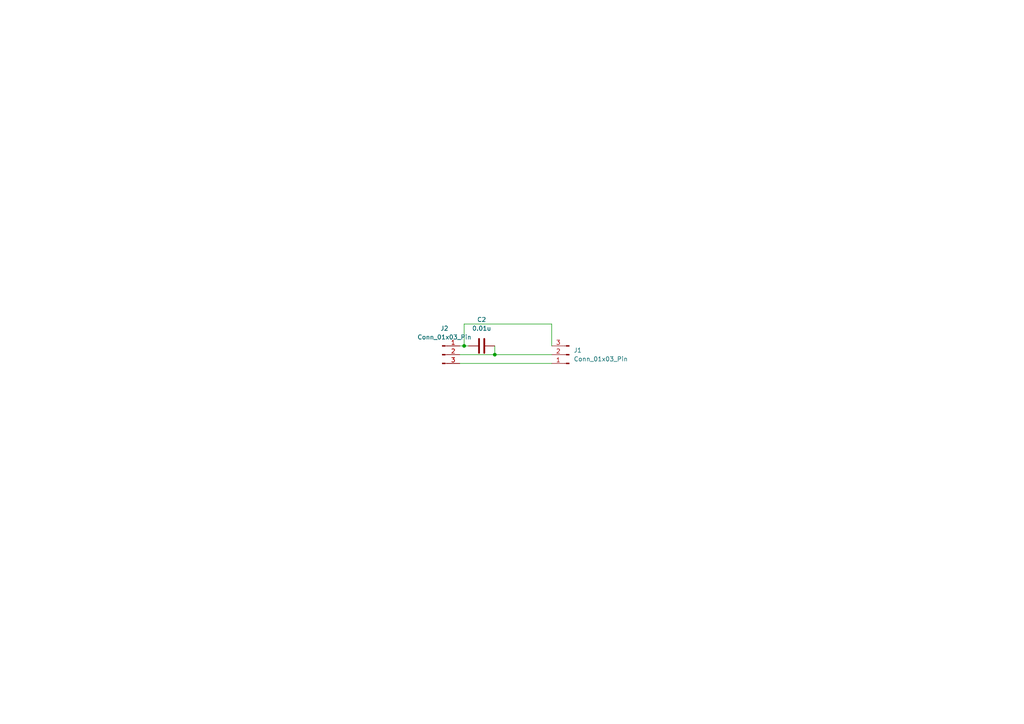
<source format=kicad_sch>
(kicad_sch (version 20231120) (generator "eeschema") (generator_version "8.0")
  (paper "A4")
  (lib_symbols
    (symbol "Connector:Conn_01x03_Pin" (pin_names (offset 1.016) hide)
      (property "Reference" "J" (at 0 5.08 0))
      (property "Value" "Conn_01x03_Pin" (at 0 -5.08 0))
      (symbol "Conn_01x03_Pin_1_1"
        (polyline (pts (xy 1.27 -2.54) (xy 0.8636 -2.54)) (stroke (width 0.1524)))
        (polyline (pts (xy 1.27 0) (xy 0.8636 0)) (stroke (width 0.1524)))
        (polyline (pts (xy 1.27 2.54) (xy 0.8636 2.54)) (stroke (width 0.1524)))
        (rectangle (start 0.8636 -2.413) (end 0 -2.667) (stroke (width 0.1524)) (fill (type outline)))
        (rectangle (start 0.8636 0.127) (end 0 -0.127) (stroke (width 0.1524)) (fill (type outline)))
        (rectangle (start 0.8636 2.667) (end 0 2.413) (stroke (width 0.1524)) (fill (type outline)))
        (pin passive line (at 5.08 2.54 180) (length 3.81) (name "Pin_1") (number "1"))
        (pin passive line (at 5.08 0 180) (length 3.81) (name "Pin_2") (number "2"))
        (pin passive line (at 5.08 -2.54 180) (length 3.81) (name "Pin_3") (number "3"))
      )
    )
    (symbol "Device:C" (pin_numbers hide) (pin_names (offset 0.254))
      (property "Reference" "C" (at 0.635 2.54 0))
      (property "Value" "C" (at 0.635 -2.54 0))
      (symbol "C_0_1"
        (polyline (pts (xy -2.032 -0.762) (xy 2.032 -0.762)) (stroke (width 0.508)))
        (polyline (pts (xy -2.032 0.762) (xy 2.032 0.762)) (stroke (width 0.508)))
      )
      (symbol "C_1_1"
        (pin passive line (at 0 3.81 270) (length 2.794) (name "~") (number "1"))
        (pin passive line (at 0 -3.81 90) (length 2.794) (name "~") (number "2"))
      )
    )
  )
  (junction (at 143.51 102.87))
  (junction (at 134.62 100.33))
  (wire (pts (xy 143.51 100.33) (xy 143.51 102.87)))
  (wire (pts (xy 143.51 102.87) (xy 160.02 102.87)))
  (wire (pts (xy 133.35 102.87) (xy 143.51 102.87)))
  (wire (pts (xy 133.35 105.41) (xy 160.02 105.41)))
  (wire (pts (xy 134.62 100.33) (xy 134.62 93.98)))
  (wire (pts (xy 133.35 100.33) (xy 134.62 100.33)))
  (wire (pts (xy 134.62 93.98) (xy 160.02 93.98)))
  (wire (pts (xy 134.62 100.33) (xy 135.89 100.33)))
  (wire (pts (xy 160.02 93.98) (xy 160.02 100.33)))
  (symbol (lib_id "Connector:Conn_01x03_Pin") (at 128.27 102.87 0) (unit 1)
    (property "Reference" "J2" (at 128.905 95.25 0))
    (property "Value" "Conn_01x03_Pin" (at 128.905 97.79 0))
    (property "Footprint" "footprints:LPG0003A" (effects (hide yes)))
    (property "Description" "Generic connector, single row, 01x03, script generated" (effects (hide yes)))
  )
  (symbol (lib_id "Device:C") (at 139.7 100.33 90) (unit 1)
    (property "Reference" "C2" (at 139.7 92.71 90))
    (property "Value" "0.01u" (at 139.7 95.25 90))
    (property "Footprint" "Capacitor_THT:C_Radial_D8.0mm_H7.0mm_P3.50mm" (effects (hide yes)))
    (property "Description" "Unpolarized capacitor" (effects (hide yes)))
  )
  (symbol (lib_id "Connector:Conn_01x03_Pin") (at 165.1 102.87 180) (unit 1)
    (property "Reference" "J1" (at 166.37 101.5999 0) (effects (justify right)))
    (property "Value" "Conn_01x03_Pin" (at 166.37 104.1399 0) (effects (justify right)))
    (property "Footprint" "Connector:FanPinHeader_1x03_P2.54mm_Vertical" (effects (hide yes)))
    (property "Description" "Generic connector, single row, 01x03, script generated" (effects (hide yes)))
  )
)
</source>
